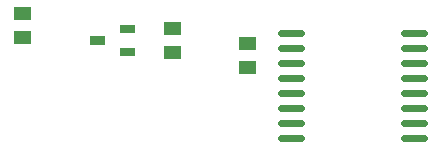
<source format=gbp>
G04 Layer: BottomPasteMaskLayer*
G04 EasyEDA v6.3.22, 2020-01-23T08:33:16+01:00*
G04 c9beca13151b413282484c31864a17c3,a11fdbbf625d454fa155e63b1a2a2389,10*
G04 Gerber Generator version 0.2*
G04 Scale: 100 percent, Rotated: No, Reflected: No *
G04 Dimensions in inches *
G04 leading zeros omitted , absolute positions ,2 integer and 4 decimal *
%FSLAX24Y24*%
%MOIN*%
G90*
G70D02*

%ADD14C,0.023622*%

%LPD*%
G54D14*
G01X12539Y9000D02*
G01X11870Y9000D01*
G01X12539Y9500D02*
G01X11870Y9500D01*
G01X12539Y10000D02*
G01X11870Y10000D01*
G01X12539Y10500D02*
G01X11870Y10500D01*
G01X12539Y11000D02*
G01X11870Y11000D01*
G01X12539Y11500D02*
G01X11870Y11500D01*
G01X12539Y12000D02*
G01X11870Y12000D01*
G01X12539Y12500D02*
G01X11870Y12500D01*
G01X16629Y9000D02*
G01X15960Y9000D01*
G01X16629Y9500D02*
G01X15960Y9500D01*
G01X16629Y10000D02*
G01X15960Y10000D01*
G01X16629Y10500D02*
G01X15960Y10500D01*
G01X16629Y11000D02*
G01X15960Y11000D01*
G01X16629Y11500D02*
G01X15960Y11500D01*
G01X16629Y12000D02*
G01X15960Y12000D01*
G01X16629Y12500D02*
G01X15960Y12500D01*
G36*
G01X10464Y12378D02*
G01X10464Y11921D01*
G01X11035Y11921D01*
G01X11035Y12378D01*
G01X10464Y12378D01*
G37*
G36*
G01X10464Y11578D02*
G01X10464Y11121D01*
G01X11035Y11121D01*
G01X11035Y11578D01*
G01X10464Y11578D01*
G37*
G36*
G01X6004Y12112D02*
G01X6004Y12387D01*
G01X5511Y12387D01*
G01X5511Y12112D01*
G01X6004Y12112D01*
G37*
G36*
G01X6988Y11738D02*
G01X6988Y12013D01*
G01X6495Y12013D01*
G01X6495Y11738D01*
G01X6988Y11738D01*
G37*
G36*
G01X6988Y12486D02*
G01X6988Y12761D01*
G01X6495Y12761D01*
G01X6495Y12486D01*
G01X6988Y12486D01*
G37*
G36*
G01X2964Y13378D02*
G01X2964Y12921D01*
G01X3535Y12921D01*
G01X3535Y13378D01*
G01X2964Y13378D01*
G37*
G36*
G01X2964Y12578D02*
G01X2964Y12121D01*
G01X3535Y12121D01*
G01X3535Y12578D01*
G01X2964Y12578D01*
G37*
G36*
G01X8535Y11621D02*
G01X8535Y12078D01*
G01X7964Y12078D01*
G01X7964Y11621D01*
G01X8535Y11621D01*
G37*
G36*
G01X8535Y12421D02*
G01X8535Y12878D01*
G01X7964Y12878D01*
G01X7964Y12421D01*
G01X8535Y12421D01*
G37*
M00*
M02*

</source>
